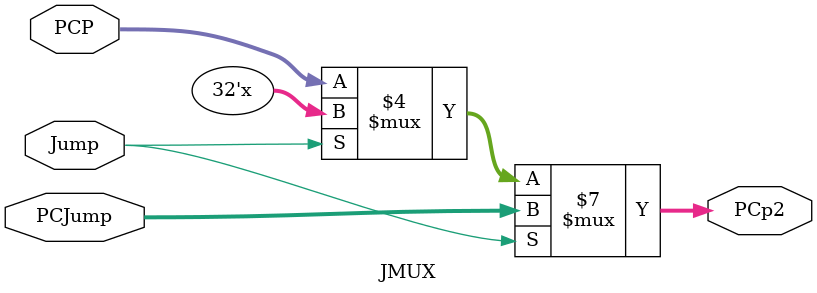
<source format=v>
`timescale 1ns / 1ps


/// JUMP MUX ///
module JMUX (
input Jump,
input [31 : 0] PCJump,PCP,  //PCJump = {PC[31 : 26], Jaddr}
output reg [31 : 0] PCp2    //This is passed to PC IF jump instruction is called
);

always @(*) begin

    if(Jump == 1'b1) 
        PCp2 <= PCJump;
    
    else if (Jump == 1'b0) begin
        PCp2 <= PCP;        //Uses regular PC' if the jump instruction is not called
        end        

end

endmodule

</source>
